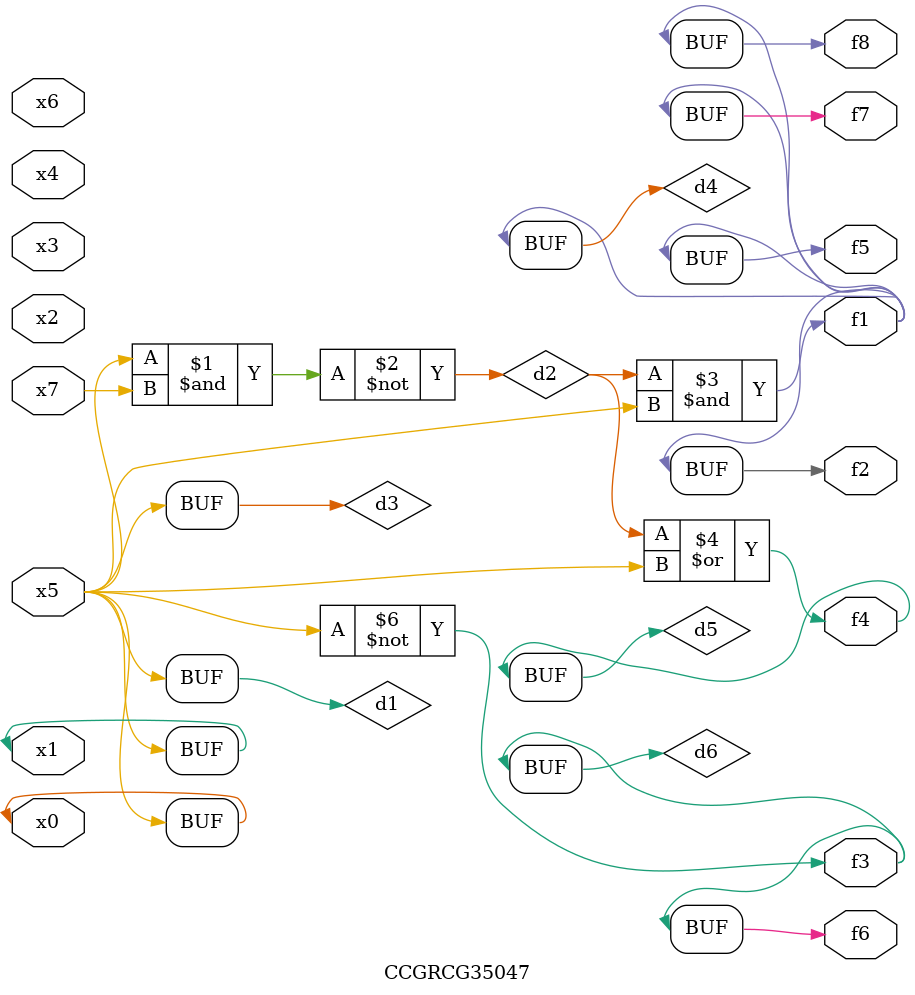
<source format=v>
module CCGRCG35047(
	input x0, x1, x2, x3, x4, x5, x6, x7,
	output f1, f2, f3, f4, f5, f6, f7, f8
);

	wire d1, d2, d3, d4, d5, d6;

	buf (d1, x0, x5);
	nand (d2, x5, x7);
	buf (d3, x0, x1);
	and (d4, d2, d3);
	or (d5, d2, d3);
	nor (d6, d1, d3);
	assign f1 = d4;
	assign f2 = d4;
	assign f3 = d6;
	assign f4 = d5;
	assign f5 = d4;
	assign f6 = d6;
	assign f7 = d4;
	assign f8 = d4;
endmodule

</source>
